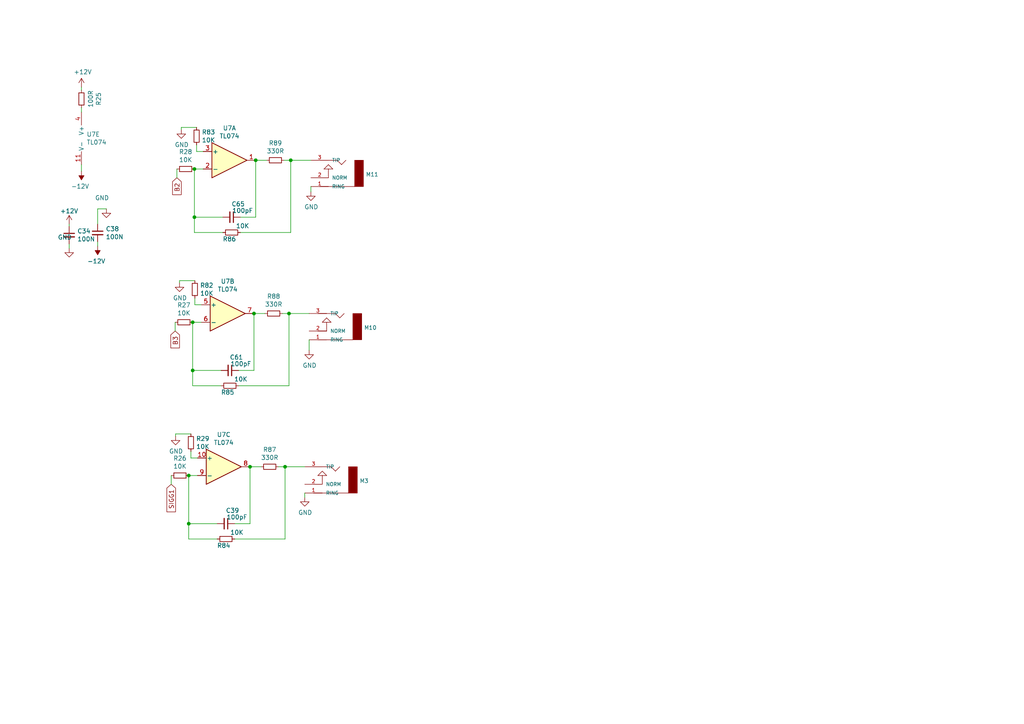
<source format=kicad_sch>
(kicad_sch (version 20211123) (generator eeschema)
  (paper "A4")
  (lib_symbols
    (symbol "Amplifier_Operational:TL074" (pin_names (offset 0.127))
      (property "Reference" "U" (at 0 5.08 0))
      (property "Value" "TL074" (at 0 -5.08 0))
      (symbol "TL074_1_1"
        (polyline (pts (xy -5.08 5.08) (xy 5.08 0) (xy -5.08 -5.08) (xy -5.08 5.08)) (stroke (width 0.254)) (fill (type background)))
        (pin output line (at 7.62 0 180) (length 2.54) (name "~") (number "1"))
        (pin input line (at -7.62 -2.54 0) (length 2.54) (name "-") (number "2"))
        (pin input line (at -7.62 2.54 0) (length 2.54) (name "+") (number "3"))
      )
      (symbol "TL074_2_1"
        (polyline (pts (xy -5.08 5.08) (xy 5.08 0) (xy -5.08 -5.08) (xy -5.08 5.08)) (stroke (width 0.254)) (fill (type background)))
        (pin input line (at -7.62 2.54 0) (length 2.54) (name "+") (number "5"))
        (pin input line (at -7.62 -2.54 0) (length 2.54) (name "-") (number "6"))
        (pin output line (at 7.62 0 180) (length 2.54) (name "~") (number "7"))
      )
      (symbol "TL074_3_1"
        (polyline (pts (xy -5.08 5.08) (xy 5.08 0) (xy -5.08 -5.08) (xy -5.08 5.08)) (stroke (width 0.254)) (fill (type background)))
        (pin input line (at -7.62 2.54 0) (length 2.54) (name "+") (number "10"))
        (pin output line (at 7.62 0 180) (length 2.54) (name "~") (number "8"))
        (pin input line (at -7.62 -2.54 0) (length 2.54) (name "-") (number "9"))
      )
      (symbol "TL074_4_1"
        (polyline (pts (xy -5.08 5.08) (xy 5.08 0) (xy -5.08 -5.08) (xy -5.08 5.08)) (stroke (width 0.254)) (fill (type background)))
        (pin input line (at -7.62 2.54 0) (length 2.54) (name "+") (number "12"))
        (pin input line (at -7.62 -2.54 0) (length 2.54) (name "-") (number "13"))
        (pin output line (at 7.62 0 180) (length 2.54) (name "~") (number "14"))
      )
      (symbol "TL074_5_1"
        (pin power_in line (at -2.54 -7.62 90) (length 3.81) (name "V-") (number "11"))
        (pin power_in line (at -2.54 7.62 270) (length 3.81) (name "V+") (number "4"))
      )
    )
    (symbol "Device:C_Small" (pin_numbers hide) (pin_names (offset 0.254) hide)
      (property "Reference" "C" (at 0.254 1.778 0))
      (property "Value" "C_Small" (at 0.254 -2.032 0))
      (symbol "C_Small_0_1"
        (polyline (pts (xy -1.524 -0.508) (xy 1.524 -0.508)) (stroke (width 0.3302)))
        (polyline (pts (xy -1.524 0.508) (xy 1.524 0.508)) (stroke (width 0.3048)))
      )
      (symbol "C_Small_1_1"
        (pin passive line (at 0 2.54 270) (length 2.032) (name "~") (number "1"))
        (pin passive line (at 0 -2.54 90) (length 2.032) (name "~") (number "2"))
      )
    )
    (symbol "Device:R_Small" (pin_numbers hide) (pin_names (offset 0.254) hide)
      (property "Reference" "R" (at 0.762 0.508 0))
      (property "Value" "R_Small" (at 0.762 -1.016 0))
      (symbol "R_Small_0_1"
        (rectangle (start -0.762 1.778) (end 0.762 -1.778) (stroke (width 0.2032)))
      )
      (symbol "R_Small_1_1"
        (pin passive line (at 0 2.54 270) (length 0.762) (name "~") (number "1"))
        (pin passive line (at 0 -2.54 90) (length 0.762) (name "~") (number "2"))
      )
    )
    (symbol "audio-jackerthenvar-pj398-allcolours-rescue:AUDIO-JACKERTHENVAR-PJ398-allcolours-rescue" (pin_names (offset 1.016))
      (property "Reference" "M4" (at 0.1524 5.5626 0))
      (symbol "AUDIO-JACKERTHENVAR-PJ398-allcolours-rescue_1_0"
        (polyline (pts (xy -5.08 2.54) (xy 5.08 2.54)))
        (polyline (pts (xy -2.54 -5.08) (xy -1.27 -3.81)))
        (polyline (pts (xy -1.27 -3.81) (xy 0 -5.08)))
        (polyline (pts (xy 0 -5.08) (xy 5.08 -5.08)))
        (polyline (pts (xy 1.27 -2.54) (xy 2.54 -2.54)))
        (polyline (pts (xy 2.54 -3.81) (xy 1.27 -2.54)))
        (polyline (pts (xy 2.54 -2.54) (xy 2.54 0)))
        (polyline (pts (xy 2.54 -2.54) (xy 3.81 -2.54)))
        (polyline (pts (xy 3.81 -2.54) (xy 2.54 -3.81)))
        (polyline (pts (xy 5.08 0) (xy 2.54 0)))
      )
      (symbol "AUDIO-JACKERTHENVAR-PJ398-allcolours-rescue_1_1"
        (rectangle (start -7.62 -5.08) (end -5.08 2.54) (fill (type outline)))
        (pin bidirectional line (at 7.62 2.54 180) (length 5.08) (name "RING") (number "1"))
        (pin bidirectional line (at 7.62 0 180) (length 5.08) (name "NORM") (number "2"))
        (pin bidirectional line (at 7.62 -5.08 180) (length 5.08) (name "TIP") (number "3"))
      )
    )
    (symbol "power:+12V" (power) (pin_names (offset 0))
      (property "Value" "+12V" (at 0 3.556 0))
      (symbol "+12V_0_1"
        (polyline (pts (xy -0.762 1.27) (xy 0 2.54)))
        (polyline (pts (xy 0 0) (xy 0 2.54)))
        (polyline (pts (xy 0 2.54) (xy 0.762 1.27)))
      )
      (symbol "+12V_1_1"
        (pin power_in line (at 0 0 90) (length 0) hide (name "+12V") (number "1"))
      )
    )
    (symbol "power:-12V" (power) (pin_names (offset 0))
      (property "Value" "-12V" (at 0 3.81 0))
      (symbol "-12V_0_0"
        (pin power_in line (at 0 0 90) (length 0) hide (name "-12V") (number "1"))
      )
      (symbol "-12V_0_1"
        (polyline (pts (xy 0 0) (xy 0 1.27) (xy 0.762 1.27) (xy 0 2.54) (xy -0.762 1.27) (xy 0 1.27)) (fill (type outline)))
      )
    )
    (symbol "power:GND" (power) (pin_names (offset 0))
      (property "Value" "GND" (at 0 -3.81 0))
      (symbol "GND_0_1"
        (polyline (pts (xy 0 0) (xy 0 -1.27) (xy 1.27 -1.27) (xy 0 -2.54) (xy -1.27 -1.27) (xy 0 -1.27)))
      )
      (symbol "GND_1_1"
        (pin power_in line (at 0 0 270) (length 0) hide (name "GND") (number "1"))
      )
    )
    (symbol "toad2-rescue:+12V-power-allcolours_analogue-rescue" (power) (pin_names (offset 0))
      (property "Value" "+12V-power-allcolours_analogue-rescue" (at 0 3.556 0))
      (symbol "+12V-power-allcolours_analogue-rescue_0_1"
        (polyline (pts (xy -0.762 1.27) (xy 0 2.54)))
        (polyline (pts (xy 0 0) (xy 0 2.54)))
        (polyline (pts (xy 0 2.54) (xy 0.762 1.27)))
      )
      (symbol "+12V-power-allcolours_analogue-rescue_1_1"
        (pin power_in line (at 0 0 90) (length 0) hide (name "+12V") (number "1"))
      )
    )
  )
  (junction (at 84.328 46.482))
  (junction (at 55.88 93.472))
  (junction (at 54.737 151.892))
  (junction (at 54.737 137.922))
  (junction (at 55.88 107.442))
  (junction (at 83.82 90.932))
  (junction (at 74.168 46.482))
  (junction (at 82.677 135.382))
  (junction (at 73.66 90.932))
  (junction (at 56.388 49.022))
  (junction (at 72.517 135.382))
  (junction (at 56.388 62.992))
  (wire (pts (xy 56.388 49.022) (xy 58.928 49.022)))
  (wire (pts (xy 52.578 36.957) (xy 57.023 36.957)))
  (wire (pts (xy 54.737 137.922) (xy 57.277 137.922)))
  (wire (pts (xy 56.515 88.392) (xy 58.42 88.392)))
  (wire (pts (xy 56.388 62.992) (xy 56.388 67.437)))
  (wire (pts (xy 56.515 86.487) (xy 56.515 88.392)))
  (wire (pts (xy 55.88 93.472) (xy 55.88 107.442)))
  (wire (pts (xy 68.072 156.337) (xy 82.677 156.337)))
  (wire (pts (xy 55.88 107.442) (xy 64.135 107.442)))
  (wire (pts (xy 82.423 46.482) (xy 84.328 46.482)))
  (wire (pts (xy 68.072 151.892) (xy 72.517 151.892)))
  (wire (pts (xy 82.677 135.382) (xy 88.392 135.382)))
  (wire (pts (xy 55.88 93.472) (xy 58.42 93.472)))
  (wire (pts (xy 69.215 111.887) (xy 83.82 111.887)))
  (wire (pts (xy 50.927 125.857) (xy 55.372 125.857)))
  (wire (pts (xy 72.517 135.382) (xy 75.692 135.382)))
  (wire (pts (xy 55.372 130.937) (xy 55.372 132.842)))
  (wire (pts (xy 23.622 31.242) (xy 23.622 32.512)))
  (wire (pts (xy 51.308 49.022) (xy 51.308 51.562)))
  (wire (pts (xy 23.622 47.752) (xy 23.622 49.657)))
  (wire (pts (xy 74.168 46.482) (xy 74.168 62.992)))
  (wire (pts (xy 90.17 54.102) (xy 90.17 55.626)))
  (wire (pts (xy 73.66 90.932) (xy 73.66 107.442)))
  (wire (pts (xy 81.915 90.932) (xy 83.82 90.932)))
  (wire (pts (xy 82.677 156.337) (xy 82.677 135.382)))
  (wire (pts (xy 56.388 62.992) (xy 64.643 62.992)))
  (wire (pts (xy 84.328 46.482) (xy 90.17 46.482)))
  (wire (pts (xy 72.517 135.382) (xy 72.517 151.892)))
  (wire (pts (xy 20.066 70.739) (xy 20.066 72.009)))
  (wire (pts (xy 55.88 107.442) (xy 55.88 111.887)))
  (wire (pts (xy 57.023 42.037) (xy 57.023 43.942)))
  (wire (pts (xy 54.737 151.892) (xy 54.737 156.337)))
  (wire (pts (xy 50.927 126.492) (xy 50.927 125.857)))
  (wire (pts (xy 55.88 111.887) (xy 64.135 111.887)))
  (wire (pts (xy 49.657 137.922) (xy 49.657 140.462)))
  (wire (pts (xy 89.662 98.552) (xy 89.662 101.6)))
  (wire (pts (xy 83.82 90.932) (xy 89.662 90.932)))
  (wire (pts (xy 28.321 60.579) (xy 30.861 60.579)))
  (wire (pts (xy 84.328 67.437) (xy 84.328 46.482)))
  (wire (pts (xy 54.737 151.892) (xy 62.992 151.892)))
  (wire (pts (xy 52.07 81.407) (xy 56.515 81.407)))
  (wire (pts (xy 54.737 137.922) (xy 54.737 151.892)))
  (wire (pts (xy 69.215 107.442) (xy 73.66 107.442)))
  (wire (pts (xy 54.737 156.337) (xy 62.992 156.337)))
  (wire (pts (xy 28.321 65.024) (xy 28.321 60.579)))
  (wire (pts (xy 28.321 70.104) (xy 28.321 71.374)))
  (wire (pts (xy 88.392 143.002) (xy 88.392 144.272)))
  (wire (pts (xy 69.723 62.992) (xy 74.168 62.992)))
  (wire (pts (xy 50.8 93.472) (xy 50.8 96.012)))
  (wire (pts (xy 80.772 135.382) (xy 82.677 135.382)))
  (wire (pts (xy 20.066 65.024) (xy 20.066 65.659)))
  (wire (pts (xy 56.388 49.022) (xy 56.388 62.992)))
  (wire (pts (xy 83.82 111.887) (xy 83.82 90.932)))
  (wire (pts (xy 52.07 82.042) (xy 52.07 81.407)))
  (wire (pts (xy 57.023 43.942) (xy 58.928 43.942)))
  (wire (pts (xy 74.168 46.482) (xy 77.343 46.482)))
  (wire (pts (xy 73.66 90.932) (xy 76.835 90.932)))
  (wire (pts (xy 69.723 67.437) (xy 84.328 67.437)))
  (wire (pts (xy 52.578 37.592) (xy 52.578 36.957)))
  (wire (pts (xy 56.388 67.437) (xy 64.643 67.437)))
  (wire (pts (xy 55.372 132.842) (xy 57.277 132.842)))
  (wire (pts (xy 23.622 25.273) (xy 23.622 26.162)))
  (global_label "B3" (shape input) (at 50.8 96.012 270) (property "Intersheet References" "${INTERSHEET_REFS}" (effects hide)))
  (global_label "B2" (shape input) (at 51.308 51.562 270) (property "Intersheet References" "${INTERSHEET_REFS}" (effects hide)))
  (global_label "SIGG1" (shape input) (at 49.657 140.462 270) (property "Intersheet References" "${INTERSHEET_REFS}" (effects hide)))
  (symbol (lib_id "Device:R_Small") (at 53.848 49.022 90) (unit 1)
    (property "Reference" "R28" (at 53.848 44.0436 90))
    (property "Value" "10K" (at 53.848 46.355 90))
    (property "Footprint" "Resistor_SMD:R_0805_2012Metric" (effects hide))
  )
  (symbol (lib_id "Device:R_Small") (at 79.883 46.482 270) (unit 1)
    (property "Reference" "R89" (at 79.883 41.5036 90))
    (property "Value" "330R" (at 79.883 43.815 90))
    (property "Footprint" "Resistor_SMD:R_0805_2012Metric" (effects hide))
  )
  (symbol (lib_id "Device:R_Small") (at 67.183 67.437 270) (unit 1)
    (property "Reference" "R86" (at 66.548 69.342 90))
    (property "Value" "10K" (at 70.358 65.532 90))
    (property "Footprint" "Resistor_SMD:R_0805_2012Metric" (effects hide))
  )
  (symbol (lib_id "power:-12V") (at 23.622 49.657 180) (unit 1)
    (property "Reference" "#PWR058" (effects hide))
    (property "Value" "-12V" (at 23.241 54.0512 0))
  )
  (symbol (lib_id "power:+12V") (at 23.622 25.273 0) (unit 1)
    (property "Reference" "#PWR055" (effects hide))
    (property "Value" "+12V" (at 24.003 20.8788 0))
  )
  (symbol (lib_id "power:GND") (at 52.578 37.592 0) (unit 1)
    (property "Reference" "#PWR0152" (effects hide))
    (property "Value" "GND" (at 52.705 41.9862 0))
  )
  (symbol (lib_id "Device:C_Small") (at 67.183 62.992 270) (unit 1)
    (property "Reference" "C65" (at 69.088 59.182 90))
    (property "Value" "100pF" (at 70.358 61.087 90))
    (property "Footprint" "Capacitor_SMD:C_0805_2012Metric" (effects hide))
  )
  (symbol (lib_id "Device:R_Small") (at 57.023 39.497 180) (unit 1)
    (property "Reference" "R83" (at 58.5216 38.3286 0) (effects (justify right)))
    (property "Value" "10K" (at 58.5216 40.64 0) (effects (justify right)))
    (property "Footprint" "Resistor_SMD:R_0805_2012Metric" (effects hide))
  )
  (symbol (lib_id "power:GND") (at 90.17 55.626 0) (unit 1)
    (property "Reference" "#PWR0159" (effects hide))
    (property "Value" "GND" (at 90.297 60.0202 0))
  )
  (symbol (lib_id "Device:C_Small") (at 20.066 68.199 0) (unit 1)
    (property "Reference" "C34" (at 22.4028 67.0306 0) (effects (justify left)))
    (property "Value" "100N" (at 22.4028 69.342 0) (effects (justify left)))
    (property "Footprint" "Capacitor_SMD:C_0805_2012Metric" (effects hide))
  )
  (symbol (lib_id "Device:C_Small") (at 28.321 67.564 0) (unit 1)
    (property "Reference" "C38" (at 30.6578 66.3956 0) (effects (justify left)))
    (property "Value" "100N" (at 30.6578 68.707 0) (effects (justify left)))
    (property "Footprint" "Capacitor_SMD:C_0805_2012Metric" (effects hide))
  )
  (symbol (lib_id "toad2-rescue:+12V-power-allcolours_analogue-rescue") (at 20.066 65.024 0) (unit 1)
    (property "Reference" "#PWR053" (effects hide))
    (property "Value" "+12V-power" (at 20.066 61.214 0))
  )
  (symbol (lib_id "power:-12V") (at 28.321 71.374 180) (unit 1)
    (property "Reference" "#PWR059" (effects hide))
    (property "Value" "-12V" (at 27.94 75.7682 0))
  )
  (symbol (lib_id "power:GND") (at 20.066 72.009 0) (unit 1)
    (property "Reference" "#PWR054" (effects hide))
    (property "Value" "GND" (at 18.796 68.834 0))
  )
  (symbol (lib_id "power:GND") (at 30.861 60.579 0) (unit 1)
    (property "Reference" "#PWR060" (effects hide))
    (property "Value" "GND" (at 29.591 57.404 0))
  )
  (symbol (lib_id "Device:R_Small") (at 23.622 28.702 180) (unit 1)
    (property "Reference" "R25" (at 28.6004 28.702 90))
    (property "Value" "100R" (at 26.289 28.702 90))
    (property "Footprint" "Resistor_SMD:R_0805_2012Metric" (effects hide))
  )
  (symbol (lib_id "audio-jackerthenvar-pj398-allcolours-rescue:AUDIO-JACKERTHENVAR-PJ398-allcolours-rescue") (at 97.79 51.562 180) (unit 1)
    (property "Reference" "M11" (at 106.0958 50.5968 0) (effects (font (size 1.143 1.143)) (justify right)))
    (property "Value" "AUDIO-JACKERTHENVAR-PJ398" (effects hide))
    (property "Footprint" "new_kicad:Jack_3.5mm_QingPu_WQP-PJ398SM_Vertical_CircularHoles" (effects hide))
  )
  (symbol (lib_id "Amplifier_Operational:TL074") (at 66.548 46.482 0) (unit 1)
    (property "Reference" "U7" (at 66.548 37.1602 0))
    (property "Value" "TL074" (at 66.548 39.4716 0))
    (property "Footprint" "Package_SO:SOIC-14_3.9x8.7mm_P1.27mm" (effects hide))
    (property "Datasheet" "http://www.ti.com/lit/ds/symlink/tl071.pdf" (effects hide))
  )
  (symbol (lib_id "Amplifier_Operational:TL074") (at 26.162 40.132 0) (unit 5)
    (property "Reference" "U7" (at 25.0952 38.9636 0) (effects (justify left)))
    (property "Value" "TL074" (at 25.0952 41.275 0) (effects (justify left)))
    (property "Footprint" "Package_SO:SOIC-14_3.9x8.7mm_P1.27mm" (effects hide))
    (property "Datasheet" "http://www.ti.com/lit/ds/symlink/tl071.pdf" (effects hide))
  )
  (symbol (lib_id "Device:R_Small") (at 53.34 93.472 90) (unit 1)
    (property "Reference" "R27" (at 53.34 88.4936 90))
    (property "Value" "10K" (at 53.34 90.805 90))
    (property "Footprint" "Resistor_SMD:R_0805_2012Metric" (effects hide))
  )
  (symbol (lib_id "Device:R_Small") (at 79.375 90.932 270) (unit 1)
    (property "Reference" "R88" (at 79.375 85.9536 90))
    (property "Value" "330R" (at 79.375 88.265 90))
    (property "Footprint" "Resistor_SMD:R_0805_2012Metric" (effects hide))
  )
  (symbol (lib_id "Device:R_Small") (at 66.675 111.887 270) (unit 1)
    (property "Reference" "R85" (at 66.04 113.792 90))
    (property "Value" "10K" (at 69.85 109.982 90))
    (property "Footprint" "Resistor_SMD:R_0805_2012Metric" (effects hide))
  )
  (symbol (lib_id "power:GND") (at 52.07 82.042 0) (unit 1)
    (property "Reference" "#PWR062" (effects hide))
    (property "Value" "GND" (at 52.197 86.4362 0))
  )
  (symbol (lib_id "Device:C_Small") (at 66.675 107.442 270) (unit 1)
    (property "Reference" "C61" (at 68.58 103.632 90))
    (property "Value" "100pF" (at 69.85 105.537 90))
    (property "Footprint" "Capacitor_SMD:C_0805_2012Metric" (effects hide))
  )
  (symbol (lib_id "Device:R_Small") (at 56.515 83.947 180) (unit 1)
    (property "Reference" "R82" (at 58.0136 82.7786 0) (effects (justify right)))
    (property "Value" "10K" (at 58.0136 85.09 0) (effects (justify right)))
    (property "Footprint" "Resistor_SMD:R_0805_2012Metric" (effects hide))
  )
  (symbol (lib_id "power:GND") (at 89.662 101.6 0) (unit 1)
    (property "Reference" "#PWR0158" (effects hide))
    (property "Value" "GND" (at 89.789 105.9942 0))
  )
  (symbol (lib_id "audio-jackerthenvar-pj398-allcolours-rescue:AUDIO-JACKERTHENVAR-PJ398-allcolours-rescue") (at 97.282 96.012 180) (unit 1)
    (property "Reference" "M10" (at 105.5878 95.0468 0) (effects (font (size 1.143 1.143)) (justify right)))
    (property "Value" "AUDIO-JACKERTHENVAR-PJ398" (effects hide))
    (property "Footprint" "new_kicad:Jack_3.5mm_QingPu_WQP-PJ398SM_Vertical_CircularHoles" (effects hide))
  )
  (symbol (lib_id "Device:R_Small") (at 52.197 137.922 90) (unit 1)
    (property "Reference" "R26" (at 52.197 132.9436 90))
    (property "Value" "10K" (at 52.197 135.255 90))
    (property "Footprint" "Resistor_SMD:R_0805_2012Metric" (effects hide))
  )
  (symbol (lib_id "Device:R_Small") (at 78.232 135.382 270) (unit 1)
    (property "Reference" "R87" (at 78.232 130.4036 90))
    (property "Value" "330R" (at 78.232 132.715 90))
    (property "Footprint" "Resistor_SMD:R_0805_2012Metric" (effects hide))
  )
  (symbol (lib_id "Device:R_Small") (at 65.532 156.337 270) (unit 1)
    (property "Reference" "R84" (at 64.897 158.242 90))
    (property "Value" "10K" (at 68.707 154.432 90))
    (property "Footprint" "Resistor_SMD:R_0805_2012Metric" (effects hide))
  )
  (symbol (lib_id "power:GND") (at 50.927 126.492 0) (unit 1)
    (property "Reference" "#PWR061" (effects hide))
    (property "Value" "GND" (at 51.054 130.8862 0))
  )
  (symbol (lib_id "Device:C_Small") (at 65.532 151.892 270) (unit 1)
    (property "Reference" "C39" (at 67.437 148.082 90))
    (property "Value" "100pF" (at 68.707 149.987 90))
    (property "Footprint" "Capacitor_SMD:C_0805_2012Metric" (effects hide))
  )
  (symbol (lib_id "Device:R_Small") (at 55.372 128.397 180) (unit 1)
    (property "Reference" "R29" (at 56.8706 127.2286 0) (effects (justify right)))
    (property "Value" "10K" (at 56.8706 129.54 0) (effects (justify right)))
    (property "Footprint" "Resistor_SMD:R_0805_2012Metric" (effects hide))
  )
  (symbol (lib_id "power:GND") (at 88.392 144.272 0) (unit 1)
    (property "Reference" "#PWR0156" (effects hide))
    (property "Value" "GND" (at 88.519 148.6662 0))
  )
  (symbol (lib_id "audio-jackerthenvar-pj398-allcolours-rescue:AUDIO-JACKERTHENVAR-PJ398-allcolours-rescue") (at 96.012 140.462 180) (unit 1)
    (property "Reference" "M3" (at 104.3178 139.4968 0) (effects (font (size 1.143 1.143)) (justify right)))
    (property "Value" "AUDIO-JACKERTHENVAR-PJ398" (effects hide))
    (property "Footprint" "new_kicad:Jack_3.5mm_QingPu_WQP-PJ398SM_Vertical_CircularHoles" (effects hide))
  )
  (symbol (lib_id "Amplifier_Operational:TL074") (at 66.04 90.932 0) (unit 2)
    (property "Reference" "U7" (at 66.04 81.6102 0))
    (property "Value" "TL074" (at 66.04 83.9216 0))
    (property "Footprint" "Package_SO:SOIC-14_3.9x8.7mm_P1.27mm" (effects hide))
    (property "Datasheet" "http://www.ti.com/lit/ds/symlink/tl071.pdf" (effects hide))
  )
  (symbol (lib_id "Amplifier_Operational:TL074") (at 64.897 135.382 0) (unit 3)
    (property "Reference" "U7" (at 64.897 126.0602 0))
    (property "Value" "TL074" (at 64.897 128.3716 0))
    (property "Footprint" "Package_SO:SOIC-14_3.9x8.7mm_P1.27mm" (effects hide))
    (property "Datasheet" "http://www.ti.com/lit/ds/symlink/tl071.pdf" (effects hide))
  )
)
</source>
